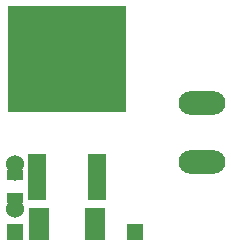
<source format=gts>
G04 (created by PCBNEW (2013-07-07 BZR 4022)-stable) date 28/12/2014 00:49:19*
%MOIN*%
G04 Gerber Fmt 3.4, Leading zero omitted, Abs format*
%FSLAX34Y34*%
G01*
G70*
G90*
G04 APERTURE LIST*
%ADD10C,0.00590551*%
%ADD11R,0.008X0.06*%
%ADD12R,0.055X0.035*%
%ADD13C,0.06*%
%ADD14O,0.156X0.078*%
%ADD15R,0.0709X0.1063*%
%ADD16R,0.055X0.055*%
%ADD17R,0.3937X0.3543*%
%ADD18R,0.059X0.1574*%
G04 APERTURE END LIST*
G54D10*
G54D11*
X81250Y-67000D03*
G54D12*
X81250Y-67875D03*
X81250Y-67125D03*
G54D13*
X81250Y-66750D03*
X81250Y-68250D03*
G54D11*
X81250Y-68000D03*
G54D14*
X87500Y-64710D03*
X87500Y-66680D03*
G54D15*
X82055Y-68750D03*
X83945Y-68750D03*
G54D16*
X85250Y-69000D03*
X81250Y-69000D03*
G54D17*
X83000Y-63250D03*
G54D18*
X82016Y-67187D03*
X83984Y-67187D03*
M02*

</source>
